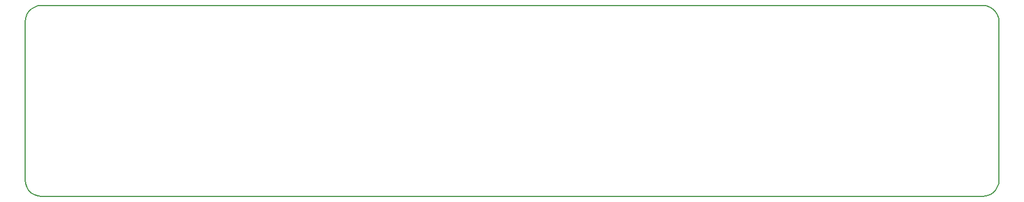
<source format=gko>
G04*
G04 #@! TF.GenerationSoftware,Altium Limited,Altium Designer,18.1.9 (240)*
G04*
G04 Layer_Color=16711935*
%FSAX25Y25*%
%MOIN*%
G70*
G01*
G75*
%ADD12C,0.00787*%
D12*
X0112252Y0382016D02*
Y0476504D01*
Y0382016D02*
X0112499Y0379826D01*
X0113227Y0377746D01*
X0114399Y0375880D01*
X0115958Y0374321D01*
X0117824Y0373148D01*
X0119904Y0372421D01*
X0122094Y0372174D01*
X0683905D01*
X0686096Y0372421D01*
X0688176Y0373148D01*
X0690042Y0374321D01*
X0691601Y0375880D01*
X0692773Y0377746D01*
X0693501Y0379826D01*
X0693748Y0382016D01*
Y0476504D01*
X0693501Y0478695D02*
X0693748Y0476504D01*
X0692773Y0480775D02*
X0693501Y0478695D01*
X0691601Y0482641D02*
X0692773Y0480775D01*
X0690042Y0484200D02*
X0691601Y0482641D01*
X0688176Y0485372D02*
X0690042Y0484200D01*
X0686096Y0486100D02*
X0688176Y0485372D01*
X0683905Y0486347D02*
X0686096Y0486100D01*
X0122094Y0486347D02*
X0683905D01*
X0119904Y0486100D02*
X0122094Y0486347D01*
X0117824Y0485372D02*
X0119904Y0486100D01*
X0115958Y0484200D02*
X0117824Y0485372D01*
X0114399Y0482641D02*
X0115958Y0484200D01*
X0113227Y0480775D02*
X0114399Y0482641D01*
X0112499Y0478695D02*
X0113227Y0480775D01*
X0112252Y0476504D02*
X0112499Y0478695D01*
M02*

</source>
